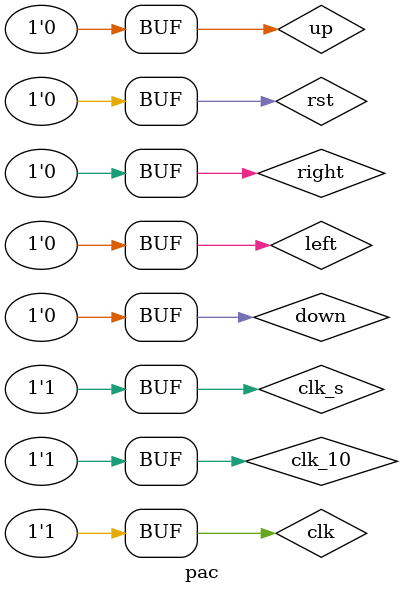
<source format=v>
`timescale 1ns / 1ps


module pac;

	// Inputs
	reg clk;
	reg rst;
	reg clk_s;
	reg clk_10;
	reg up;
	reg down;
	reg left;
	reg right;

	// Outputs
	wire [9:0] x_reg;
	wire [9:0] y_reg;

	// Instantiate the Unit Under Test (UUT)
	sprite uut (
		.clk(clk), 
		.rst(rst), 
		.x_reg(x_reg), 
		.y_reg(y_reg), 
		.clk_s(clk_s), 
		.clk_10(clk_10), 
		.up(up), 
		.down(down), 
		.left(left), 
		.right(right)
	);

	initial begin
		// Initialize Inputs
		clk = 0;
		rst = 0;
		clk_s = 0;
		clk_10 = 0;
		up = 0;
		down = 0;
		left = 0;
		right = 0;

		// Wait 100 ns for global reset to finish
		#100;
        
		// Add stimulus here

			#10
			clk_s = ~clk_s;
			#90
			clk_10 = ~clk_10;
			#100
			clk = ~clk;
			up = 1;
			#30
			up  =0;
			down = 1;
			#30
			down = 0;
			#30
			right = 1;
			#30
			right = 0;
			#30
			left = 1;
			#30
			left = 0;
			
	end
      
endmodule


</source>
